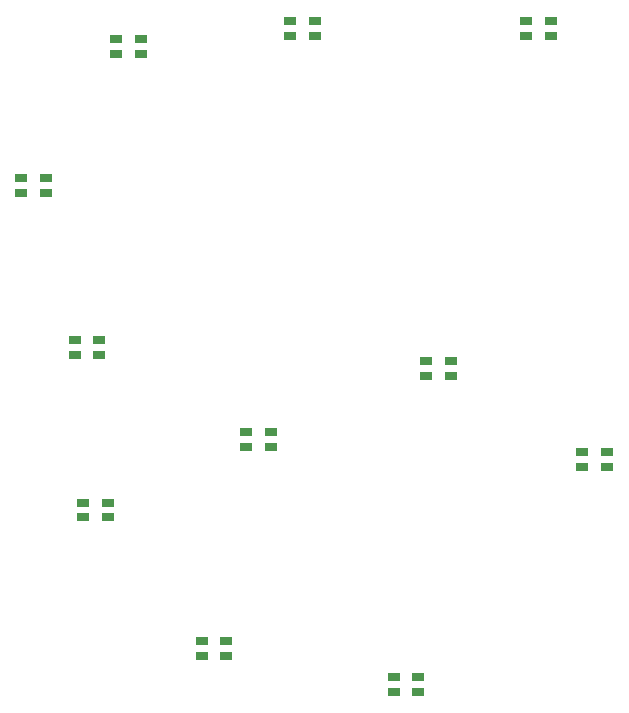
<source format=gbr>
%TF.GenerationSoftware,KiCad,Pcbnew,(5.1.10)-1*%
%TF.CreationDate,2021-10-17T11:08:17+02:00*%
%TF.ProjectId,TVZ_kuglica,54565a5f-6b75-4676-9c69-63612e6b6963,rev?*%
%TF.SameCoordinates,Original*%
%TF.FileFunction,Paste,Top*%
%TF.FilePolarity,Positive*%
%FSLAX46Y46*%
G04 Gerber Fmt 4.6, Leading zero omitted, Abs format (unit mm)*
G04 Created by KiCad (PCBNEW (5.1.10)-1) date 2021-10-17 11:08:17*
%MOMM*%
%LPD*%
G01*
G04 APERTURE LIST*
%ADD10R,1.100000X0.750000*%
G04 APERTURE END LIST*
D10*
%TO.C,D1*%
X110700000Y-86875000D03*
X112800000Y-86875000D03*
X110700000Y-88125000D03*
X112800000Y-88125000D03*
%TD*%
%TO.C,D2*%
X120800000Y-76375000D03*
X118700000Y-76375000D03*
X120800000Y-75125000D03*
X118700000Y-75125000D03*
%TD*%
%TO.C,D3*%
X153450000Y-73625000D03*
X155550000Y-73625000D03*
X153450000Y-74875000D03*
X155550000Y-74875000D03*
%TD*%
%TO.C,D4*%
X131800000Y-109625000D03*
X129700000Y-109625000D03*
X131800000Y-108375000D03*
X129700000Y-108375000D03*
%TD*%
%TO.C,D5*%
X115950000Y-114375000D03*
X118050000Y-114375000D03*
X115950000Y-115625000D03*
X118050000Y-115625000D03*
%TD*%
%TO.C,D6*%
X117300000Y-101875000D03*
X115200000Y-101875000D03*
X117300000Y-100625000D03*
X115200000Y-100625000D03*
%TD*%
%TO.C,D7*%
X142200000Y-129125000D03*
X144300000Y-129125000D03*
X142200000Y-130375000D03*
X144300000Y-130375000D03*
%TD*%
%TO.C,D8*%
X160300000Y-111375000D03*
X158200000Y-111375000D03*
X160300000Y-110125000D03*
X158200000Y-110125000D03*
%TD*%
%TO.C,D9*%
X133450000Y-73625000D03*
X135550000Y-73625000D03*
X133450000Y-74875000D03*
X135550000Y-74875000D03*
%TD*%
%TO.C,D10*%
X147050000Y-103625000D03*
X144950000Y-103625000D03*
X147050000Y-102375000D03*
X144950000Y-102375000D03*
%TD*%
%TO.C,D11*%
X125950000Y-126125000D03*
X128050000Y-126125000D03*
X125950000Y-127375000D03*
X128050000Y-127375000D03*
%TD*%
M02*

</source>
